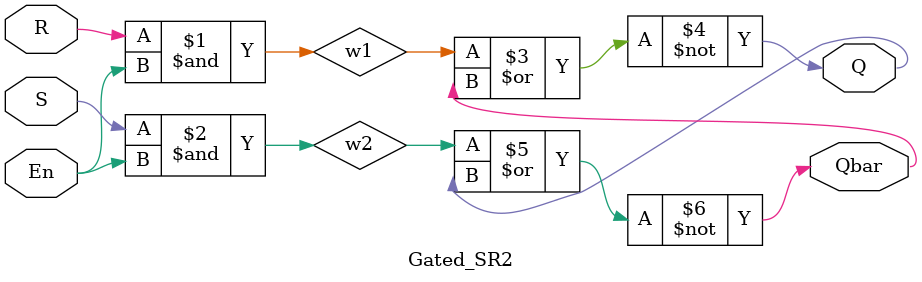
<source format=v>
module Gated_SR2( input S ,R,En, output Q, Qbar);

wire w1,w2;
and(w1,R,En);
and(w2, S,En);
nor(Q, w1,Qbar);
nor(Qbar, w2,Q);
endmodule

</source>
